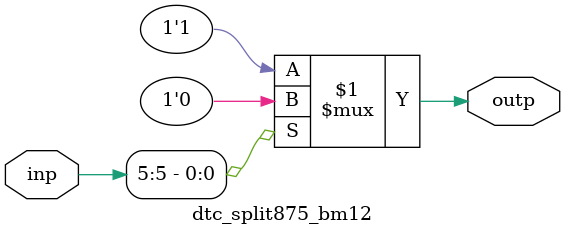
<source format=v>
module dtc_split875_bm12 (
	input  wire [9-1:0] inp,
	output wire [1-1:0] outp
);


	assign outp = (inp[5]) ? 1'b0 : 1'b1;

endmodule
</source>
